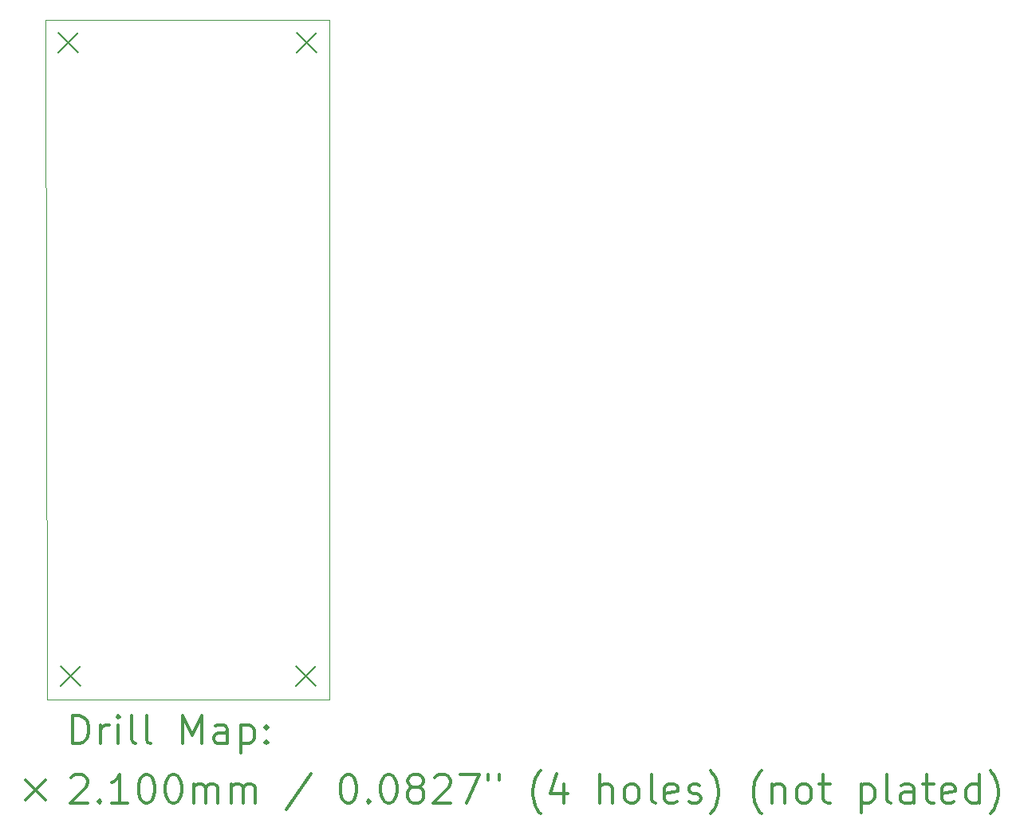
<source format=gbr>
%FSLAX45Y45*%
G04 Gerber Fmt 4.5, Leading zero omitted, Abs format (unit mm)*
G04 Created by KiCad (PCBNEW (5.1.12)-1) date 2022-08-18 11:30:45*
%MOMM*%
%LPD*%
G01*
G04 APERTURE LIST*
%TA.AperFunction,Profile*%
%ADD10C,0.050000*%
%TD*%
%ADD11C,0.200000*%
%ADD12C,0.300000*%
G04 APERTURE END LIST*
D10*
X11440000Y-2530000D02*
X14450000Y-2530000D01*
X11450000Y-9600000D02*
X11440000Y-2530000D01*
X11450000Y-9600000D02*
X11450000Y-9750000D01*
X14450000Y-9750000D02*
X14450000Y-9600000D01*
X11450000Y-9750000D02*
X14450000Y-9750000D01*
X14450000Y-9600000D02*
X14450000Y-2530000D01*
D11*
X11575000Y-2665000D02*
X11785000Y-2875000D01*
X11785000Y-2665000D02*
X11575000Y-2875000D01*
X11595000Y-9395000D02*
X11805000Y-9605000D01*
X11805000Y-9395000D02*
X11595000Y-9605000D01*
X14095000Y-9395000D02*
X14305000Y-9605000D01*
X14305000Y-9395000D02*
X14095000Y-9605000D01*
X14105000Y-2665000D02*
X14315000Y-2875000D01*
X14315000Y-2665000D02*
X14105000Y-2875000D01*
D12*
X11723928Y-10218214D02*
X11723928Y-9918214D01*
X11795357Y-9918214D01*
X11838214Y-9932500D01*
X11866786Y-9961072D01*
X11881071Y-9989643D01*
X11895357Y-10046786D01*
X11895357Y-10089643D01*
X11881071Y-10146786D01*
X11866786Y-10175357D01*
X11838214Y-10203929D01*
X11795357Y-10218214D01*
X11723928Y-10218214D01*
X12023928Y-10218214D02*
X12023928Y-10018214D01*
X12023928Y-10075357D02*
X12038214Y-10046786D01*
X12052500Y-10032500D01*
X12081071Y-10018214D01*
X12109643Y-10018214D01*
X12209643Y-10218214D02*
X12209643Y-10018214D01*
X12209643Y-9918214D02*
X12195357Y-9932500D01*
X12209643Y-9946786D01*
X12223928Y-9932500D01*
X12209643Y-9918214D01*
X12209643Y-9946786D01*
X12395357Y-10218214D02*
X12366786Y-10203929D01*
X12352500Y-10175357D01*
X12352500Y-9918214D01*
X12552500Y-10218214D02*
X12523928Y-10203929D01*
X12509643Y-10175357D01*
X12509643Y-9918214D01*
X12895357Y-10218214D02*
X12895357Y-9918214D01*
X12995357Y-10132500D01*
X13095357Y-9918214D01*
X13095357Y-10218214D01*
X13366786Y-10218214D02*
X13366786Y-10061072D01*
X13352500Y-10032500D01*
X13323928Y-10018214D01*
X13266786Y-10018214D01*
X13238214Y-10032500D01*
X13366786Y-10203929D02*
X13338214Y-10218214D01*
X13266786Y-10218214D01*
X13238214Y-10203929D01*
X13223928Y-10175357D01*
X13223928Y-10146786D01*
X13238214Y-10118214D01*
X13266786Y-10103929D01*
X13338214Y-10103929D01*
X13366786Y-10089643D01*
X13509643Y-10018214D02*
X13509643Y-10318214D01*
X13509643Y-10032500D02*
X13538214Y-10018214D01*
X13595357Y-10018214D01*
X13623928Y-10032500D01*
X13638214Y-10046786D01*
X13652500Y-10075357D01*
X13652500Y-10161072D01*
X13638214Y-10189643D01*
X13623928Y-10203929D01*
X13595357Y-10218214D01*
X13538214Y-10218214D01*
X13509643Y-10203929D01*
X13781071Y-10189643D02*
X13795357Y-10203929D01*
X13781071Y-10218214D01*
X13766786Y-10203929D01*
X13781071Y-10189643D01*
X13781071Y-10218214D01*
X13781071Y-10032500D02*
X13795357Y-10046786D01*
X13781071Y-10061072D01*
X13766786Y-10046786D01*
X13781071Y-10032500D01*
X13781071Y-10061072D01*
X11227500Y-10607500D02*
X11437500Y-10817500D01*
X11437500Y-10607500D02*
X11227500Y-10817500D01*
X11709643Y-10576786D02*
X11723928Y-10562500D01*
X11752500Y-10548214D01*
X11823928Y-10548214D01*
X11852500Y-10562500D01*
X11866786Y-10576786D01*
X11881071Y-10605357D01*
X11881071Y-10633929D01*
X11866786Y-10676786D01*
X11695357Y-10848214D01*
X11881071Y-10848214D01*
X12009643Y-10819643D02*
X12023928Y-10833929D01*
X12009643Y-10848214D01*
X11995357Y-10833929D01*
X12009643Y-10819643D01*
X12009643Y-10848214D01*
X12309643Y-10848214D02*
X12138214Y-10848214D01*
X12223928Y-10848214D02*
X12223928Y-10548214D01*
X12195357Y-10591072D01*
X12166786Y-10619643D01*
X12138214Y-10633929D01*
X12495357Y-10548214D02*
X12523928Y-10548214D01*
X12552500Y-10562500D01*
X12566786Y-10576786D01*
X12581071Y-10605357D01*
X12595357Y-10662500D01*
X12595357Y-10733929D01*
X12581071Y-10791072D01*
X12566786Y-10819643D01*
X12552500Y-10833929D01*
X12523928Y-10848214D01*
X12495357Y-10848214D01*
X12466786Y-10833929D01*
X12452500Y-10819643D01*
X12438214Y-10791072D01*
X12423928Y-10733929D01*
X12423928Y-10662500D01*
X12438214Y-10605357D01*
X12452500Y-10576786D01*
X12466786Y-10562500D01*
X12495357Y-10548214D01*
X12781071Y-10548214D02*
X12809643Y-10548214D01*
X12838214Y-10562500D01*
X12852500Y-10576786D01*
X12866786Y-10605357D01*
X12881071Y-10662500D01*
X12881071Y-10733929D01*
X12866786Y-10791072D01*
X12852500Y-10819643D01*
X12838214Y-10833929D01*
X12809643Y-10848214D01*
X12781071Y-10848214D01*
X12752500Y-10833929D01*
X12738214Y-10819643D01*
X12723928Y-10791072D01*
X12709643Y-10733929D01*
X12709643Y-10662500D01*
X12723928Y-10605357D01*
X12738214Y-10576786D01*
X12752500Y-10562500D01*
X12781071Y-10548214D01*
X13009643Y-10848214D02*
X13009643Y-10648214D01*
X13009643Y-10676786D02*
X13023928Y-10662500D01*
X13052500Y-10648214D01*
X13095357Y-10648214D01*
X13123928Y-10662500D01*
X13138214Y-10691072D01*
X13138214Y-10848214D01*
X13138214Y-10691072D02*
X13152500Y-10662500D01*
X13181071Y-10648214D01*
X13223928Y-10648214D01*
X13252500Y-10662500D01*
X13266786Y-10691072D01*
X13266786Y-10848214D01*
X13409643Y-10848214D02*
X13409643Y-10648214D01*
X13409643Y-10676786D02*
X13423928Y-10662500D01*
X13452500Y-10648214D01*
X13495357Y-10648214D01*
X13523928Y-10662500D01*
X13538214Y-10691072D01*
X13538214Y-10848214D01*
X13538214Y-10691072D02*
X13552500Y-10662500D01*
X13581071Y-10648214D01*
X13623928Y-10648214D01*
X13652500Y-10662500D01*
X13666786Y-10691072D01*
X13666786Y-10848214D01*
X14252500Y-10533929D02*
X13995357Y-10919643D01*
X14638214Y-10548214D02*
X14666786Y-10548214D01*
X14695357Y-10562500D01*
X14709643Y-10576786D01*
X14723928Y-10605357D01*
X14738214Y-10662500D01*
X14738214Y-10733929D01*
X14723928Y-10791072D01*
X14709643Y-10819643D01*
X14695357Y-10833929D01*
X14666786Y-10848214D01*
X14638214Y-10848214D01*
X14609643Y-10833929D01*
X14595357Y-10819643D01*
X14581071Y-10791072D01*
X14566786Y-10733929D01*
X14566786Y-10662500D01*
X14581071Y-10605357D01*
X14595357Y-10576786D01*
X14609643Y-10562500D01*
X14638214Y-10548214D01*
X14866786Y-10819643D02*
X14881071Y-10833929D01*
X14866786Y-10848214D01*
X14852500Y-10833929D01*
X14866786Y-10819643D01*
X14866786Y-10848214D01*
X15066786Y-10548214D02*
X15095357Y-10548214D01*
X15123928Y-10562500D01*
X15138214Y-10576786D01*
X15152500Y-10605357D01*
X15166786Y-10662500D01*
X15166786Y-10733929D01*
X15152500Y-10791072D01*
X15138214Y-10819643D01*
X15123928Y-10833929D01*
X15095357Y-10848214D01*
X15066786Y-10848214D01*
X15038214Y-10833929D01*
X15023928Y-10819643D01*
X15009643Y-10791072D01*
X14995357Y-10733929D01*
X14995357Y-10662500D01*
X15009643Y-10605357D01*
X15023928Y-10576786D01*
X15038214Y-10562500D01*
X15066786Y-10548214D01*
X15338214Y-10676786D02*
X15309643Y-10662500D01*
X15295357Y-10648214D01*
X15281071Y-10619643D01*
X15281071Y-10605357D01*
X15295357Y-10576786D01*
X15309643Y-10562500D01*
X15338214Y-10548214D01*
X15395357Y-10548214D01*
X15423928Y-10562500D01*
X15438214Y-10576786D01*
X15452500Y-10605357D01*
X15452500Y-10619643D01*
X15438214Y-10648214D01*
X15423928Y-10662500D01*
X15395357Y-10676786D01*
X15338214Y-10676786D01*
X15309643Y-10691072D01*
X15295357Y-10705357D01*
X15281071Y-10733929D01*
X15281071Y-10791072D01*
X15295357Y-10819643D01*
X15309643Y-10833929D01*
X15338214Y-10848214D01*
X15395357Y-10848214D01*
X15423928Y-10833929D01*
X15438214Y-10819643D01*
X15452500Y-10791072D01*
X15452500Y-10733929D01*
X15438214Y-10705357D01*
X15423928Y-10691072D01*
X15395357Y-10676786D01*
X15566786Y-10576786D02*
X15581071Y-10562500D01*
X15609643Y-10548214D01*
X15681071Y-10548214D01*
X15709643Y-10562500D01*
X15723928Y-10576786D01*
X15738214Y-10605357D01*
X15738214Y-10633929D01*
X15723928Y-10676786D01*
X15552500Y-10848214D01*
X15738214Y-10848214D01*
X15838214Y-10548214D02*
X16038214Y-10548214D01*
X15909643Y-10848214D01*
X16138214Y-10548214D02*
X16138214Y-10605357D01*
X16252500Y-10548214D02*
X16252500Y-10605357D01*
X16695357Y-10962500D02*
X16681071Y-10948214D01*
X16652500Y-10905357D01*
X16638214Y-10876786D01*
X16623928Y-10833929D01*
X16609643Y-10762500D01*
X16609643Y-10705357D01*
X16623928Y-10633929D01*
X16638214Y-10591072D01*
X16652500Y-10562500D01*
X16681071Y-10519643D01*
X16695357Y-10505357D01*
X16938214Y-10648214D02*
X16938214Y-10848214D01*
X16866786Y-10533929D02*
X16795357Y-10748214D01*
X16981071Y-10748214D01*
X17323928Y-10848214D02*
X17323928Y-10548214D01*
X17452500Y-10848214D02*
X17452500Y-10691072D01*
X17438214Y-10662500D01*
X17409643Y-10648214D01*
X17366786Y-10648214D01*
X17338214Y-10662500D01*
X17323928Y-10676786D01*
X17638214Y-10848214D02*
X17609643Y-10833929D01*
X17595357Y-10819643D01*
X17581071Y-10791072D01*
X17581071Y-10705357D01*
X17595357Y-10676786D01*
X17609643Y-10662500D01*
X17638214Y-10648214D01*
X17681071Y-10648214D01*
X17709643Y-10662500D01*
X17723928Y-10676786D01*
X17738214Y-10705357D01*
X17738214Y-10791072D01*
X17723928Y-10819643D01*
X17709643Y-10833929D01*
X17681071Y-10848214D01*
X17638214Y-10848214D01*
X17909643Y-10848214D02*
X17881071Y-10833929D01*
X17866786Y-10805357D01*
X17866786Y-10548214D01*
X18138214Y-10833929D02*
X18109643Y-10848214D01*
X18052500Y-10848214D01*
X18023928Y-10833929D01*
X18009643Y-10805357D01*
X18009643Y-10691072D01*
X18023928Y-10662500D01*
X18052500Y-10648214D01*
X18109643Y-10648214D01*
X18138214Y-10662500D01*
X18152500Y-10691072D01*
X18152500Y-10719643D01*
X18009643Y-10748214D01*
X18266786Y-10833929D02*
X18295357Y-10848214D01*
X18352500Y-10848214D01*
X18381071Y-10833929D01*
X18395357Y-10805357D01*
X18395357Y-10791072D01*
X18381071Y-10762500D01*
X18352500Y-10748214D01*
X18309643Y-10748214D01*
X18281071Y-10733929D01*
X18266786Y-10705357D01*
X18266786Y-10691072D01*
X18281071Y-10662500D01*
X18309643Y-10648214D01*
X18352500Y-10648214D01*
X18381071Y-10662500D01*
X18495357Y-10962500D02*
X18509643Y-10948214D01*
X18538214Y-10905357D01*
X18552500Y-10876786D01*
X18566786Y-10833929D01*
X18581071Y-10762500D01*
X18581071Y-10705357D01*
X18566786Y-10633929D01*
X18552500Y-10591072D01*
X18538214Y-10562500D01*
X18509643Y-10519643D01*
X18495357Y-10505357D01*
X19038214Y-10962500D02*
X19023928Y-10948214D01*
X18995357Y-10905357D01*
X18981071Y-10876786D01*
X18966786Y-10833929D01*
X18952500Y-10762500D01*
X18952500Y-10705357D01*
X18966786Y-10633929D01*
X18981071Y-10591072D01*
X18995357Y-10562500D01*
X19023928Y-10519643D01*
X19038214Y-10505357D01*
X19152500Y-10648214D02*
X19152500Y-10848214D01*
X19152500Y-10676786D02*
X19166786Y-10662500D01*
X19195357Y-10648214D01*
X19238214Y-10648214D01*
X19266786Y-10662500D01*
X19281071Y-10691072D01*
X19281071Y-10848214D01*
X19466786Y-10848214D02*
X19438214Y-10833929D01*
X19423928Y-10819643D01*
X19409643Y-10791072D01*
X19409643Y-10705357D01*
X19423928Y-10676786D01*
X19438214Y-10662500D01*
X19466786Y-10648214D01*
X19509643Y-10648214D01*
X19538214Y-10662500D01*
X19552500Y-10676786D01*
X19566786Y-10705357D01*
X19566786Y-10791072D01*
X19552500Y-10819643D01*
X19538214Y-10833929D01*
X19509643Y-10848214D01*
X19466786Y-10848214D01*
X19652500Y-10648214D02*
X19766786Y-10648214D01*
X19695357Y-10548214D02*
X19695357Y-10805357D01*
X19709643Y-10833929D01*
X19738214Y-10848214D01*
X19766786Y-10848214D01*
X20095357Y-10648214D02*
X20095357Y-10948214D01*
X20095357Y-10662500D02*
X20123928Y-10648214D01*
X20181071Y-10648214D01*
X20209643Y-10662500D01*
X20223928Y-10676786D01*
X20238214Y-10705357D01*
X20238214Y-10791072D01*
X20223928Y-10819643D01*
X20209643Y-10833929D01*
X20181071Y-10848214D01*
X20123928Y-10848214D01*
X20095357Y-10833929D01*
X20409643Y-10848214D02*
X20381071Y-10833929D01*
X20366786Y-10805357D01*
X20366786Y-10548214D01*
X20652500Y-10848214D02*
X20652500Y-10691072D01*
X20638214Y-10662500D01*
X20609643Y-10648214D01*
X20552500Y-10648214D01*
X20523928Y-10662500D01*
X20652500Y-10833929D02*
X20623928Y-10848214D01*
X20552500Y-10848214D01*
X20523928Y-10833929D01*
X20509643Y-10805357D01*
X20509643Y-10776786D01*
X20523928Y-10748214D01*
X20552500Y-10733929D01*
X20623928Y-10733929D01*
X20652500Y-10719643D01*
X20752500Y-10648214D02*
X20866786Y-10648214D01*
X20795357Y-10548214D02*
X20795357Y-10805357D01*
X20809643Y-10833929D01*
X20838214Y-10848214D01*
X20866786Y-10848214D01*
X21081071Y-10833929D02*
X21052500Y-10848214D01*
X20995357Y-10848214D01*
X20966786Y-10833929D01*
X20952500Y-10805357D01*
X20952500Y-10691072D01*
X20966786Y-10662500D01*
X20995357Y-10648214D01*
X21052500Y-10648214D01*
X21081071Y-10662500D01*
X21095357Y-10691072D01*
X21095357Y-10719643D01*
X20952500Y-10748214D01*
X21352500Y-10848214D02*
X21352500Y-10548214D01*
X21352500Y-10833929D02*
X21323928Y-10848214D01*
X21266786Y-10848214D01*
X21238214Y-10833929D01*
X21223928Y-10819643D01*
X21209643Y-10791072D01*
X21209643Y-10705357D01*
X21223928Y-10676786D01*
X21238214Y-10662500D01*
X21266786Y-10648214D01*
X21323928Y-10648214D01*
X21352500Y-10662500D01*
X21466786Y-10962500D02*
X21481071Y-10948214D01*
X21509643Y-10905357D01*
X21523928Y-10876786D01*
X21538214Y-10833929D01*
X21552500Y-10762500D01*
X21552500Y-10705357D01*
X21538214Y-10633929D01*
X21523928Y-10591072D01*
X21509643Y-10562500D01*
X21481071Y-10519643D01*
X21466786Y-10505357D01*
M02*

</source>
